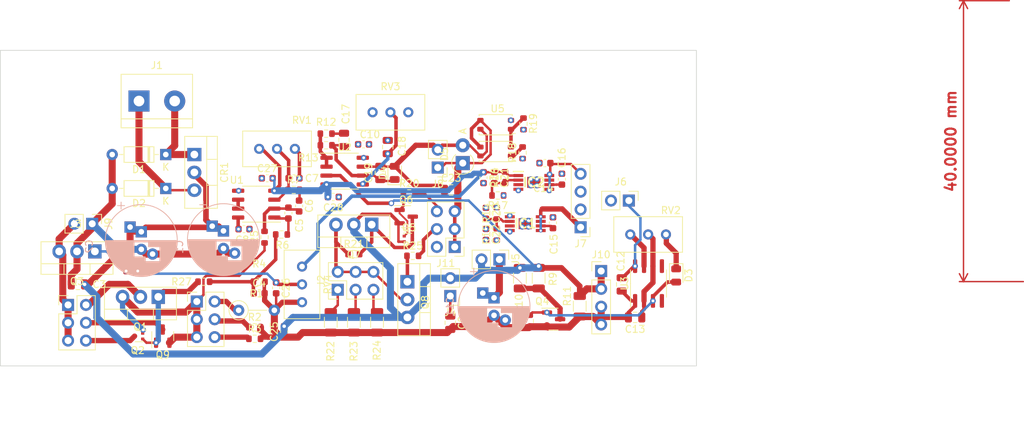
<source format=kicad_pcb>
(kicad_pcb (version 20221018) (generator pcbnew)
  (layers (0 "F.Cu" signal) (1 "In1.Cu" power) (2 "In2.Cu" power) (31 "B.Cu" mixed) (34 "B.Paste" user) (35 "F.Paste" user) (36 "B.SilkS" user "B.Silkscreen") (37 "F.SilkS" user "F.Silkscreen") (38 "B.Mask" user) (39 "F.Mask" user) (44 "Edge.Cuts" user))
  (net 0 "")
  (net 1 "Net-(C5-Pad2)")
  (net 2 "Net-(D1-A)")
  (net 3 "Net-(U1A--)")
  (net 4 "Net-(C6-Pad2)")
  (net 5 "Net-(Q1-G)")
  (net 6 "GND")
  (net 7 "Net-(J6-Pin_1)")
  (net 8 "Net-(J4-Pin_1)")
  (net 9 "Net-(U1A-+)")
  (net 10 "Net-(U3-THR)")
  (net 11 "VCC")
  (net 12 "VEE")
  (net 13 "Net-(C17-Pad1)")
  (net 14 "Net-(D4-K)")
  (net 15 "Net-(D4-A)")
  (net 16 "Net-(U2B-+)")
  (net 17 "Net-(D5-K)")
  (net 18 "Net-(IC1-NR{slash}SS)")
  (net 19 "Net-(IC1-FB)")
  (net 20 "Net-(IC1-EN)")
  (net 21 "Net-(IC2-NR{slash}SS)")
  (net 22 "Net-(IC2-FB)")
  (net 26 "Net-(IC2-EN)")
  (net 28 "Net-(CR1-A1)")
  (net 29 "Vout")
  (net 30 "Net-(CR1-A2)")
  (net 31 "Net-(J2-Pin_5)")
  (net 32 "Net-(J3-Pin_4)")
  (net 33 "/555_drive")
  (net 34 "Net-(Q4-D)")
  (net 35 "Net-(J3-Pin_6)")
  (net 36 "Net-(J5-Pin_1)")
  (net 37 "Net-(Q5-G)")
  (net 38 "Net-(Q5-D)")
  (net 39 "Net-(U4-A)")
  (net 40 "Net-(U4-K)")
  (net 41 "Net-(D3-K)")
  (net 42 "Net-(Q8-B)")
  (net 43 "Net-(U2A--)")
  (net 44 "Net-(U3-DIS)")
  (net 47 "Net-(U1B--)")
  (net 48 "Net-(J3-Pin_2)")
  (net 49 "Net-(J12-Pin_2)")
  (net 50 "Net-(J12-Pin_4)")
  (net 51 "Net-(J12-Pin_6)")
  (net 52 "Net-(J12-Pin_1)")
  (net 53 "Net-(J11-Pin_6)")
  (net 54 "Net-(J2-Pin_1)")
  (net 55 "Net-(J2-Pin_3)")
  (net 56 "Net-(J11-Pin_4)")
  (net 58 "Net-(Q3-G)")
  (net 59 "Net-(J2-Pin_2)")
  (net 60 "Net-(J3-Pin_1)")
  (net 61 "Net-(C4-Pad1)")
  (net 62 "Net-(C26-Pad2)")
  (footprint "Resistor_SMD:R_1206_3216Metric" (layer "F.Cu") (at 114.578 101.5345 -90)
    (fp_text reference "R22")
    (fp_text value "R")
  )
  (footprint "Potentiometer_THT:Potentiometer_Bourns_3296W_Vertical" (layer "F.Cu") (at 125.603 71.628)
    (fp_text reference "RV3")
    (fp_text value "20k")
  )
  (footprint "Resistor_SMD:R_1206_3216Metric" (layer "F.Cu") (at 121.158 101.5345 -90)
    (fp_text reference "R24")
    (fp_text value "R")
  )
  (footprint "mine:SOP65P490X110-9N" (layer "F.Cu") (at 142.24 87.49)
    (fp_text reference "IC1")
    (fp_text value "TPS7A4901DGNR" hide)
  )
  (footprint "MountingHole:MountingHole_3.2mm_M3" (layer "F.Cu") (at 71.581 66.742)
    (fp_text reference "H1" hide)
    (fp_text value "MountingHole" hide)
  )
  (footprint "Connector_PinHeader_2.54mm:PinHeader_2x03_P2.54mm_Vertical" (layer "F.Cu") (at 77.216 99.06)
    (fp_text reference "J3")
    (fp_text value "Conn_02x03_Odd_Even" hide)
  )
  (footprint "Diode_THT:D_T-1_P2.54mm_Vertical_AnodeUp" (layer "F.Cu") (at 133.35 78.867 90)
    (fp_text reference "D5")
    (fp_text value "D")
  )
  (footprint "MountingHole:MountingHole_3.2mm_M3" (layer "F.Cu") (at 71.581 103.742)
    (fp_text reference "H3" hide)
    (fp_text value "MountingHole" hide)
  )
  (footprint "Potentiometer_THT:Potentiometer_Bourns_3296W_Vertical" (layer "F.Cu") (at 162.254 89.027)
    (fp_text reference "RV2")
    (fp_text value "R_Potentiometer" hide)
  )
  (footprint "mine:SOP65P490X110-9N" (layer "F.Cu") (at 143.454812 81.6154)
    (fp_text reference "IC2")
    (fp_text value "TPS7A3001DGNR" hide)
  )
  (footprint "Capacitor_SMD:C_0805_2012Metric" (layer "F.Cu") (at 157.861 100.838 180)
    (fp_text reference "C13")
    (fp_text value "100n")
  )
  (footprint "Connector_PinHeader_2.54mm:PinHeader_1x02_P2.54mm_Vertical" (layer "F.Cu") (at 131.572 97.79 180)
    (fp_text reference "J4")
    (fp_text value "Conn_01x02_Pin")
  )
  (footprint "Capacitor_SMD:C_0603_1608Metric" (layer "F.Cu") (at 145.034 78.867 180)
    (fp_text reference "C14")
    (fp_text value "10u" hide)
  )
  (footprint "Package_TO_SOT_THT:TO-220-3_Vertical" (layer "F.Cu") (at 95.174 77.648 -90)
    (fp_text reference "CR1")
    (fp_text value "FERD40U45CT")
  )
  (footprint "Package_TO_SOT_SMD:SOT-23" (layer "F.Cu") (at 125.3005 86.487)
    (fp_text reference "Q6")
    (fp_text value "BSS84")
  )
  (footprint "Resistor_SMD:R_0603_1608Metric" (layer "F.Cu") (at 86.296 94.234)
    (fp_text reference "R26")
    (fp_text value "100" hide)
  )
  (footprint "TerminalBlock:TerminalBlock_bornier-2_P5.08mm" (layer "F.Cu") (at 87.3 70.028)
    (fp_text reference "J1")
    (fp_text value "Screw_Terminal_01x02" hide)
  )
  (footprint "Resistor_THT:R_Axial_DIN0207_L6.3mm_D2.5mm_P5.08mm_Vertical" (layer "F.Cu") (at 101.473 99.822)
    (fp_text reference "R1")
    (fp_text value "5")
  )
  (footprint "Resistor_SMD:R_0603_1608Metric" (layer "F.Cu") (at 141.859 77.39367 90)
    (fp_text reference "R18")
    (fp_text value "5k*" hide)
  )
  (footprint "MountingHole:MountingHole_3.2mm_M3" (layer "F.Cu") (at 162.687 66.742)
    (fp_text reference "H2" hide)
    (fp_text value "MountingHole" hide)
  )
  (footprint "MountingHole:MountingHole_3.2mm_M3" (layer "F.Cu") (at 162.687 103.742)
    (fp_text reference "H4" hide)
    (fp_text value "MountingHole" hide)
  )
  (footprint "Package_TO_SOT_SMD:SOT-23" (layer "F.Cu") (at 90.678 103.505 90)
    (fp_text reference "Q9")
    (fp_text value "BSS84")
  )
  (footprint "Capacitor_SMD:C_0603_1608Metric" (layer "F.Cu") (at 136.652 89.027 -90)
    (fp_text reference "C22")
    (fp_text value "10u")
  )
  (footprint "Diode_SMD:D_0805_2012Metric" (layer "F.Cu") (at 123.663 80.264 90)
    (fp_text reference "D4")
    (fp_text value "D")
  )
  (footprint "Package_SO:SO-8_3.9x4.9mm_P1.27mm" (layer "F.Cu") (at 103.978 84.709 180)
    (fp_text reference "U1")
    (fp_text value "LM358" hide)
  )
  (footprint "Capacitor_SMD:C_0805_2012Metric" (layer "F.Cu") (at 78.613 96.139 180)
    (fp_text reference "C3")
    (fp_text value "0.1u")
  )
  (footprint "Resistor_SMD:R_1206_3216Metric" (layer "F.Cu") (at 141.478 95.25 -90)
    (fp_text reference "R10")
    (fp_text value "R")
  )
  (footprint "Capacitor_SMD:C_0603_1608Metric" (layer "F.Cu") (at 109.347 81.026)
    (fp_text reference "C7")
    (fp_text value "0.1-1u")
  )
  (footprint "Connector_PinHeader_2.54mm:PinHeader_1x02_P2.54mm_Vertical" (layer "F.Cu") (at 156.972 84.201 -90)
    (fp_text reference "J6")
    (fp_text value "Conn_01x02_Pin" hide)
  )
  (footprint "Diode_THT:D_DO-35_SOD27_P7.62mm_Horizontal" (layer "F.Cu") (at 91.11 82.474 180)
    (fp_text reference "D2")
    (fp_text value "1N4148" hide)
  )
  (footprint "Capacitor_SMD:C_0603_1608Metric" (layer "F.Cu") (at 105.537 81.026 180)
    (fp_text reference "C27")
    (fp_text value "100n")
  )
  (footprint "Package_SO:SO-8_3.9x4.9mm_P1.27mm" (layer "F.Cu") (at 116.551 80.01)
    (fp_text reference "U2")
    (fp_text value "LM358")
  )
  (footprint "Package_SO:SOIC-8_3.9x4.9mm_P1.27mm" (layer "F.Cu") (at 159.766 96.012 90)
    (fp_text reference "U3")
    (fp_text value "TLC555xD" hide)
  )
  (footprint "Resistor_SMD:R_0603_1608Metric" (layer "F.Cu") (at 125.73 83.185)
    (fp_text reference "R20")
    (fp_text value "100")
  )
  (footprint "Capacitor_SMD:C_0603_1608Metric" (layer "F.Cu") (at 137.825812 80.9374 -90)
    (fp_text reference "C21")
    (fp_text value "10n")
  )
  (footprint "Resistor_SMD:R_0603_1608Metric" (layer "F.Cu") (at 138.333812 83.4774 180)
    (fp_text reference "R17")
    (fp_text value "10k")
  )
  (footprint "Capacitor_SMD:C_0603_1608Metric" (layer "F.Cu") (at 136.652 86.012 -90)
    (fp_text reference "C20")
    (fp_text value "10n")
  )
  (footprint "Capacitor_SMD:C_0805_2012Metric" (layer "F.Cu") (at 131.572 101.6 -90)
    (fp_text reference "C9")
    (fp_text value "1n")
  )
  (footprint "Capacitor_SMD:C_0603_1608Metric" (layer "F.Cu") (at 102.235 88.265)
    (fp_text reference "C8")
    (fp_text value "100n")
  )
  (footprint "Connector_PinHeader_2.54mm:PinHeader_1x02_P2.54mm_Vertical" (layer "F.Cu") (at 80.645 87.503 -90)
    (fp_text reference "J9")
    (fp_text value "Conn_01x02_Pin" hide)
  )
  (footprint "Connector_PinHeader_2.54mm:PinHeader_1x04_P2.54mm_Vertical" (layer "F.Cu") (at 153.035 94.234)
    (fp_text reference "J10")
    (fp_text value "Conn_01x04_Pin" hide)
  )
  (footprint "Capacitor_SMD:C_0603_1608Metric" (layer "F.Cu") (at 147.447 81.153 90)
    (fp_text reference "C16")
    (fp_text value "10n" hide)
  )
  (footprint "Capacitor_SMD:C_0603_1608Metric" (layer "F.Cu") (at 104.394 97.409)
    (fp_text reference "C4")
    (fp_text value "1n")
  )
  (footprint "Capacitor_SMD:C_0603_1608Metric" (layer "F.Cu") (at 119.24 76.2 180)
    (fp_text reference "C10")
    (fp_text value "100n" hide)
  )
  (footprint "Package_TO_SOT_THT:TO-220-3_Vertical" (layer "F.Cu") (at 81.026 91.44 180)
    (fp_text reference "Q3")
    (fp_text value "IRF4905")
  )
  (footprint "Package_TO_SOT_THT:TO-220-3_Vertical" (layer "F.Cu") (at 125.476 95.758 -90)
    (fp_text reference "Q8")
    (fp_text value "TIP42")
  )
  (footprint "Capacitor_SMD:C_0805_2012Metric" (layer "F.Cu") (at 131.699 82.677)
    (fp_text reference "C23")
    (fp_text value "1u")
  )
  (footprint "Connector_PinHeader_2.54mm:PinHeader_1x04_P2.54mm_Vertical" (layer "F.Cu") (at 150.114 88.011 180)
    (fp_text reference "J7")
    (fp_text value "Conn_01x04_Pin" hide)
  )
  (footprint "OptoDevice:Panasonic_APV-AQY_SSOP-4_4.45x2.65mm_P1.27mm" (layer "F.Cu") (at 138.033 73.406 180)
    (fp_text reference "U5")
    (fp_text value "APV2111V" hide)
  )
  (footprint "Resistor_SMD:R_1206_3216Metric" (layer "F.Cu") (at 149.987 99.2485 -90)
    (fp_text reference "R11")
    (fp_text value "100k")
  )
  (footprint "Connector_PinHeader_2.54mm:PinHeader_1x02_P2.54mm_Vertical" (layer "F.Cu") (at 129.794 79.502 180)
    (fp_text reference "J8")
    (fp_text value "Conn_01x02_Pin" hide)
  )
  (footprint "Resistor_SMD:R_0603_1608Metric" (layer "F.Cu") (at 96.52 95.758)
    (fp_text reference "R27")
    (fp_text value "100")
  )
  (footprint "Resistor_SMD:R_1206_3216Metric" (layer "F.Cu") (at 117.868 101.5345 -90)
    (fp_text reference "R23")
    (fp_text value "R")
  )
  (footprint "Capacitor_SMD:C_0603_1608Metric" (layer "F.Cu") (at 146.177 87.363 90)
    (fp_text reference "C15")
    (fp_text value "10n" hide)
  )
  (footprint "Package_TO_SOT_THT:TO-220-3_Vertical" (layer "F.Cu") (at 90.043 97.917 180)
    (fp_text reference "Q1")
    (fp_text value "IRF4905" hide)
  )
  (footprint "Capacitor_SMD:C_0805_2012Metric" (layer "F.Cu") (at 122.682 76.581 90)
    (fp_text reference "C18")
    (fp_text value "100n" hide)
  )
  (footprint "Resistor_SMD:R_0603_1608Metric" (layer "F.Cu") (at 109.312 82.677)
    (fp_text reference "R7")
    (fp_text value "1K")
  )
  (footprint "Resistor_SMD:R_1206_3216Metric" (layer "F.Cu") (at 144.145 95.25 -90)
    (fp_text reference "R9")
    (fp_text value "R")
  )
  (footprint "Resistor_SMD:R_0603_1608Metric" (layer "F.Cu") (at 113.919 74.676 180)
    (fp_text reference "R12")
    (fp_text value "1k")
  )
  (footprint "Package_TO_SOT_SMD:SOT-723" (layer "F.Cu") (at 87.249 103.505 180)
    (fp_text reference "Q2")
    (fp_text value "sot-723 pfet (like RZM001P02T2L)")
  )
  (footprint "Capacitor_SMD:C_0603_1608Metric" (layer "F.Cu") (at 108.55 85.979 -90)
    (fp_text reference "C5")
    (fp_text value "20n (installed 33n)")
  )
  (footprint "Resistor_SMD:R_0603_1608Metric" (layer "F.Cu") (at 142.875 101.342 90)
    (fp_text reference "R8")
    (fp_text value "100k")
  )
  (footprint "Resistor_SMD:R_0603_1608Metric" (layer "F.Cu") (at 105.156 89.408 90)
    (fp_text reference "R5")
    (fp_text value "1K")
  )
  (footprint "Package_TO_SOT_SMD:SOT-723" (layer "F.Cu") (at 125.603 89.662)
    (fp_text reference "Q5")
    (fp_text value "RZM001P02")
  )
  (footprint "Capacitor_SMD:C_0603_1608Metric" (layer "F.Cu") (at 136.301812 80.9374 -90)
    (fp_text reference "C24")
    (fp_text value "10u")
  )
  (footprint "Resistor_SMD:R_0603_1608Metric" (layer "F.Cu") (at 103.759 103.886)
    (fp_text reference "R3")
    (fp_text value "2000")
  )
  (footprint "Capacitor_SMD:C_0805_2012Metric" (layer "F.Cu") (at 116.459 75.565 -90)
    (fp_text reference "C17")
    (fp_text value "1n")
  )
  (footprint "Capacitor_SMD:C_0805_2012Metric" (layer "F.Cu") (at 155.956 96.139 -90)
    (fp_text reference "C12")
    (fp_text value "0.1u")
  )
  (footprint "Connector_PinHeader_2.54mm:PinHeader_2x03_P2.54mm_Vertical" (layer "F.Cu") (at 132.207 90.805 180)
    (fp_text reference "J11")
    (fp_text value "Conn_02x03_Odd_Even")
  )
  (footprint "Package_TO_SOT_SMD:SOT-23" (layer "F.Cu") (at 146.2555 101.088)
    (fp_text reference "Q4")
    (fp_text value "2N7002K" hide)
  )
  (footprint "OptoDevice:Panasonic_APV-AQY_SSOP-4_4.45x2.65mm_P1.27mm" (layer "F.Cu") (at 138.033 77.216 180)
    (fp_text reference "U4" hide)
    (fp_text value "APV2111V")
  )
  (footprint "Capacitor_SMD:C_0603_1608Metric" (layer "F.Cu") (at 110.074 84.976 90)
    (fp_text reference "C6")
    (fp_text value "20n")
  )
  (footprint "Resistor_SMD:R_0603_1608Metric" (layer "F.Cu") (at 138.176 89.027 90)
    (fp_text reference "R15")
    (fp_text value "10k")
  )
  (footprint "Resistor_SMD:R_0603_1608Metric" (layer "F.Cu") (at 107.569 89.0335)
    (fp_text reference "R6")
    (fp_text value "50")
  )
  (footprint "Diode_THT:D_DO-35_SOD27_P7.62mm_Horizontal" (layer "F.Cu") (at 91.11 77.648 180)
    (fp_text reference "D1")
    (fp_text value "1N4148" hide)
  )
  (footprint "Resistor_SMD:R_0603_1608Metric" (layer "F.Cu") (at 126.238 92.075)
    (fp_text reference "R25")
    (fp_text value "100")
  )
  (footprint "Resistor_SMD:R_0603_1608Metric" (layer "F.Cu") (at 117.856 91.821)
    (fp_text reference "R21")
    (fp_text value "100")
  )
  (footprint "Resistor_SMD:R_0603_1608Metric" (layer "F.Cu") (at 113.919 76.327 180)
    (fp_text reference "R13")
    (fp_text value "5k")
  )
  (footprint "Capacitor_SMD:C_0805_2012Metric" (layer "F.Cu") (at 121.631 80.264 90)
    (fp_text reference "C19")
    (fp_text value "200p (installed 150p)")
  )
  (footprint "Capacitor_SMD:C_0603_1608Metric" (layer "F.Cu") (at 107.95 102.87 90)
    (fp_text reference "C25")
    (fp_text value "150p")
  )
  (footprint "Resistor_SMD:R_0603_1608Metric" (layer "F.Cu") (at 138.176 86.012 90)
    (fp_text reference "R14")
    (fp_text value "118k")
  )
  (footprint "Connector_PinHeader_2.54mm:PinHeader_2x03_P2.54mm_Vertical" (layer "F.Cu") (at 95.524063 98.571312)
    (fp_text reference "J12" hide)
    (fp_text value "Conn_02x03_Odd_Even")
  )
  (footprint "Package_TO_SOT_THT:TO-220-3_Vertical" (layer "F.Cu") (at 120.396 87.63 180)
    (fp_text reference "Q7")
    (fp_text value "MJE13007G")
  )
  (footprint "Resistor_SMD:R_0603_1608Metric" (layer "F.Cu") (at 104.394 95.758 180)
    (fp_text reference "R4")
    (fp_text value "100k")
  )
  (footprint "Diode_SMD:D_0805_2012Metric" (layer "F.Cu") (at 163.703 94.869 -90)
    (fp_text reference "D3")
    (fp_text value "D")
  )
  (footprint "Capacitor_SMD:C_0603_1608Metric" (layer "F.Cu") (at 106.807 96.634 90)
    (fp_text reference "C26")
    (fp_text value "1u")
  )
  (footprint "Resistor_SMD:R_0603_1608Metric" (layer "F.Cu") (at 103.759 102.235)
    (fp_text reference "R2")
    (fp_text value "100")
  )
  (footprint "Potentiometer_THT:Potentiometer_Bourns_3296W_Vertical" (layer "F.Cu") (at 110.49 98.679 -90)
    (fp_text reference "RV4")
    (fp_text value "20k")
  )
  (footprint "Connector_PinHeader_2.54mm:PinHeader_2x03_P2.54mm_Vertical" (layer "F.Cu") (at 115.57 96.901 90)
    (fp_text reference "J2")
    (fp_text value "Conn_02x03_Odd_Even")
  )
  (footprint "Resistor_SMD:R_0603_1608Metric" (layer "F.Cu") (at 139.349812 80.9374 90)
    (fp_text reference "R16")
    (fp_text value "32.4k")
  )
  (footprint "Potentiometer_THT:Potentiometer_Bourns_3296W_Vertical" (layer "F.Cu") (at 109.474 76.835)
    (fp_text reference "RV1")
    (fp_text value "20k")
  )
  (footprint "Resistor_SMD:R_0603_1608Metric" (layer "F.Cu") (at 141.986 73.279 90)
    (fp_text reference "R19")
    (fp_text value "0" hide)
  )
  (footprint "Connector_PinHeader_2.54mm:PinHeader_1x02_P2.54mm_Vertical" (layer "F.Cu") (at 138.557 92.583 -90)
    (fp_text reference "J5")
    (fp_text value "Conn_01x02_Pin")
  )
  (footprint "Capacitor_SMD:C_0603_1608Metric" (layer "F.Cu") (at 114.935 83.693)
    (fp_text reference "C28")
    (fp_text value "100n")
  )
  (footprint "Capacitor_THT:CP_Radial_D10.0mm_P2.50mm_P5.00mm" (layer "B.Cu") (at 99.314 88.519 -90)
    (fp_text reference "C1")
    (fp_text value "560u")
  )
  (footprint "Capacitor_THT:CP_Radial_D10.0mm_P2.50mm_P5.00mm" (layer "B.Cu") (at 137.795 98.044 -90)
    (fp_text reference "C11")
    (fp_text value "C")
  )
  (footprint "Capacitor_THT:CP_Radial_D10.0mm_P2.50mm_P5.00mm" (layer "B.Cu") (at 87.63 88.646 -90)
    (fp_text reference "C2")
    (fp_text value "560u")
  )
  (gr_rect (start 67.581 62.810696) (end 166.581 107.742) (stroke (width 0.1)) (fill none) (layer "Edge.Cuts"))
  (dimension (type orthogonal) (layer "F.Cu") (pts (xy 211.581 55.742) (xy 213.581 95.742)) (height -7.0104) (orientation 1) (gr_text "40.0000 mm" (at 202.7706 75.742 90) (layer "F.Cu") (effects (font (size 1.5 1.5) (thickness 0.3)))) (format (prefix "") (suffix "") (units 3) (units_format 1) (precision 4)) (style (thickness 0.2) (arrow_length 1.27) (text_position_mode 0) (extension_height 0.58642) (extension_offset 0.5) keep_text_aligned))
  (segment (start 108.55 86.754) (end 106.693 86.754) (width 0.35) (layer "F.Cu") (net 1))
  (segment (start 108.55 88.8775) (end 108.55 86.754) (width 0.35) (layer "F.Cu") (net 1))
  (segment (start 106.693 86.754) (end 106.553 86.614) (width 0.35) (layer "F.Cu") (net 1))
  (segment (start 78.486 93.98) (end 78.486 91.44) (width 1) (layer "F.Cu") (net 2))
  (segment (start 77.663 96.139) (end 77.663 94.803) (width 1) (layer "F.Cu") (net 2))
  (segment (start 77.663 94.803) (end 78.486 93.98) (width 1) (layer "F.Cu") (net 2))
  (segment (start 100.914 91.689937) (end 99.984937 91.689937) (width 1) (layer "F.Cu") (net 2))
  (segment (start 80.645 88.138) (end 78.486 90.297) (width 1) (layer "F.Cu") (net 2))
  (segment (start 98.516063 91.816937) (end 99.314 91.019) (width 1) (layer "F.Cu") (net 2))
  (segment (start 83.49 77.648) (end 83.49 82.474) (width 1) (layer "F.Cu") (net 2))
  (segment (start 83.49 82.474) (end 83.49 84.658) (width 1) (layer "F.Cu") (net 2))
  (segment (start 78.486 90.297) (end 78.486 91.44) (width 1) (layer "F.Cu") (net 2))
  (segment (start 89.23 91.816937) (end 88.300937 91.816937) (width 1) (layer "F.Cu") (net 2))
  (segment (start 88.300937 91.816937) (end 87.63 91.146) (width 1) (layer "F.Cu") (net 2))
  (segment (start 89.23 91.816937) (end 98.516063 91.816937) (width 1) (layer "F.Cu") (net 2))
  (segment (start 99.984937 91.689937) (end 99.314 91.019) (width 1) (layer "F.Cu") (net 2))
  (segment (start 83.49 84.658) (end 80.645 87.503) (width 1) (layer "F.Cu") (net 2))
  (segment (start 87.63 91.146) (end 84.288 91.146) (width 1) (layer "B.Cu") (net 2))
  (segment (start 84.288 91.146) (end 80.645 87.503) (width 1) (layer "B.Cu") (net 2))
  (segment (start 105.918 85.344) (end 106.553 85.344) (width 0.5) (layer "F.Cu") (net 3))
  (segment (start 105.156 86.106) (end 105.918 85.344) (width 0.5) (layer "F.Cu") (net 3))
  (segment (start 110.074 85.751) (end 109.794 85.471) (width 0.35) (layer "F.Cu") (net 3))
  (segment (start 108.41 85.344) (end 106.553 85.344) (width 0.35) (layer "F.Cu") (net 3))
  (segment (start 105.156 88.583) (end 105.156 86.106) (width 0.5) (layer "F.Cu") (net 3))
  (segment (start 109.794 85.471) (end 108.817 85.471) (width 0.35) (layer "F.Cu") (net 3))
  (segment (start 110.137 84.138) (end 110.137 82.677) (width 0.35) (layer "F.Cu") (net 4))
  (segment (start 94.298 97.155) (end 90.805 97.155) (width 0.75) (layer "F.Cu") (net 5))
  (segment (start 89.728 104.4425) (end 88.3615 104.4425) (width 0.35) (layer "F.Cu") (net 5))
  (segment (start 90.805 97.155) (end 90.043 97.917) (width 0.75) (layer "F.Cu") (net 5))
  (segment (start 95.695 95.758) (end 94.298 97.155) (width 0.75) (layer "F.Cu") (net 5))
  (segment (start 88.3615 104.4425) (end 87.824 103.905) (width 0.35) (layer "F.Cu") (net 5))
  (via (at 89.728 104.4425) (size 0.8) (drill 0.4) (layers "F.Cu" "B.Cu") (net 5))
  (segment (start 89.728 104.4425) (end 90.043 104.1275) (width 0.75) (layer "B.Cu") (net 5))
  (segment (start 90.043 104.1275) (end 90.043 97.917) (width 0.75) (layer "B.Cu") (net 5))
  (segment (start 137.795 100.544) (end 139.545 102.294) (width 1) (layer "F.Cu") (net 6))
  (segment (start 156.781 100.838) (end 156.846 100.903) (width 0.75) (layer "F.Cu") (net 6))
  (segment (start 153.035 101.854) (end 151.892 100.711) (width 1) (layer "F.Cu") (net 6))
  (segment (start 105.613 103.645) (end 104.584 102.616) (width 0.75) (layer "F.Cu") (net 6))
  (segment (start 104.762 81.026) (end 104.775 81.026) (width 0.35) (layer "F.Cu") (net 6))
  (segment (start 110.581 102.997) (end 109.933 103.645) (width 1) (layer "F.Cu") (net 6))
  (segment (start 104.584 102.616) (end 104.584 102.235) (width 1) (layer "F.Cu") (net 6))
  (segment (start 104.584 103.886) (end 104.825 103.645) (width 0.75) (layer "F.Cu") (net 6))
  (segment (start 107.696 98.679) (end 106.553 99.822) (width 0.75) (layer "F.Cu") (net 6))
  (segment (start 145.4896 102.2096) (end 148.4884 102.2096) (width 1) (layer "F.Cu") (net 6))
  (segment (start 141.254812 82.764902) (end 141.254812 82.5904) (width 0.35) (layer "F.Cu") (net 6))
  (segment (start 145.189 102.167) (end 145.318 102.038) (width 1) (layer "F.Cu") (net 6))
  (segment (start 109.933 103.645) (end 107.823 103.645) (width 1) (layer "F.Cu") (net 6))
  (segment (start 107.455 103.645) (end 107.823 103.645) (width 1) (layer "F.Cu") (net 6))
  (segment (start 156.911 100.838) (end 156.911 100.137) (width 0.5) (layer "F.Cu") (net 6))
  (segment (start 104.825 103.645) (end 107.707312 103.645) (width 0.75) (layer "F.Cu") (net 6))
  (segment (start 118.465 76.2) (end 118.478 76.2) (width 0.35) (layer "F.Cu") (net 6))
  (segment (start 145.318 102.038) (end 145.4896 102.2096) (width 1) (layer "F.Cu") (net 6))
  (segment (start 110.49 98.679) (end 107.696 98.679) (width 0.75) (layer "F.Cu") (net 6))
  (segment (start 142.875 102.167) (end 145.189 102.167) (width 1) (layer "F.Cu") (net 6))
  (segment (start 140.04 88.639502) (end 140.04 88.465) (width 0.35) (layer "F.Cu") (net 6))
  (segment (start 156.911 100.137) (end 157.861 99.187) (width 0.5) (layer "F.Cu") (net 6))
  (segment (start 114.578 102.997) (end 117.868 102.997) (width 1) (layer "F.Cu") (net 6))
  (segment (start 101.403 82.804) (end 101.473 82.804) (width 0.35) (layer "F.Cu") (net 6))
  (segment (start 157.861 98.487) (end 157.354 98.487) (width 0.5) (layer "F.Cu") (net 6))
  (segment (start 110.122 77.483) (end 109.474 76.835) (width 0.5) (layer "F.Cu") (net 6))
  (segment (start 130.998 103.124) (end 131.572 102.55) (width 0.75) (layer "F.Cu") (net 6))
  (segment (start 157.861 99.187) (end 157.861 98.487) (width 0.5) (layer "F.Cu") (net 6))
  (segment (start 149.987 100.711) (end 150.114 100.838) (width 0.75) (layer "F.Cu") (net 6))
  (segment (start 153.035 101.854) (end 153.035 99.314) (width 1) (layer "F.Cu") (net 6))
  (segment (start 106.553 99.822) (end 106.553 102.743) (width 1) (layer "F.Cu") (net 6))
  (segment (start 131.572 102.55) (end 131.982126 102.139874) (width 1) (layer "F.Cu") (net 6))
  (segment (start 110.122 81.026) (end 110.122 77.483) (width 0.5) (layer "F.Cu") (net 6))
  (segment (start 157.354 98.487) (end 155.956 97.089) (width 0.5) (layer "F.Cu") (net 6))
  (segment (start 131.982126 102.139874) (end 136.199126 102.139874) (width 1) (layer "F.Cu") (net 6))
  (segment (start 106.553 102.743) (end 107.455 103.645) (width 1) (layer "F.Cu") (net 6))
  (segment (start 150.114 100.838) (end 156.781 100.838) (width 0.75) (layer "F.Cu") (net 6))
  (segment (start 106.807 97.409) (end 106.807 99.568) (width 0.35) (layer "F.Cu") (net 6))
  (segment (start 136.199126 102.139874) (end 137.795 100.544) (width 1) (layer "F.Cu") (net 6))
  (segment (start 148.4884 102.2096) (end 149.987 100.711) (width 1) (layer "F.Cu") (net 6))
  (segment (start 151.892 100.711) (end 149.987 100.711) (width 1) (layer "F.Cu") (net 6))
  (segment (start 121.158 102.997) (end 131.125 102.997) (width 1) (layer "F.Cu") (net 6))
  (segment (start 105.126063 97.366063) (end 105.126063 95.850937) (width 0.5) (layer "F.Cu") (net 6))
  (segment (start 142.748 102.294) (end 142.875 102.167) (width 1) (layer "F.Cu") (net 6))
  (segment (start 114.578 102.997) (end 110.581 102.997) (width 1) (layer "F.Cu") (net 6))
  (segment (start 131.125 102.997) (end 131.572 102.55) (width 1) (layer "F.Cu") (net 6))
  (segment (start 107.823 103.645) (end 105.613 103.645) (width 0.75) (layer "F.Cu") (net 6))
  (segment (start 106.553 99.822) (end 105.169 98.438) (width 0.75) (layer "F.Cu") (net 6))
  (segment (start 105.169 98.438) (end 105.169 97.409) (width 0.75) (layer "F.Cu") (net 6))
  (segment (start 139.545 102.294) (end 142.748 102.294) (width 1) (layer "F.Cu") (net 6))
  (segment (start 117.868 102.997) (end 121.158 102.997) (width 1) (layer "F.Cu") (net 6))
  (via (at 141.7955 87.0455) (size 0.8) (drill 0.4) (layers "F.Cu" "B.Cu") (net 6))
  (via (at 140.192 72.771) (size 0.8) (drill 0.4) (layers "F.Cu" "B.Cu") (net 6))
  (via (at 147.447 80.378) (size 0.8) (drill 0.4) (layers "F.Cu" "B.Cu") (net 6))
  (via (at 141.7955 87.9345) (size 0.8) (drill 0.4) (layers "F.Cu" "B.Cu") (net 6))
  (via (at 103.01 88.265) (size 0.8) (drill 0.4) (layers "F.Cu" "B.Cu") (net 6))
  (via (at 141.986 74.105) (size 0.8) (drill 0.4) (layers "F.Cu" "B.Cu") (net 6))
  (via (at 136.652 89.802) (size 0.8) (drill 0.4) (layers "F.Cu" "B.Cu") (net 6))
  (via (at 122.682 75.631) (size 0.8) (drill 0.4) (layers "F.Cu" "B.Cu") (net 6))
  (via (at 143.032812 82.0674) (size 0.8) (drill 0.4) (layers "F.Cu" "B.Cu") (net 6))
  (via (at 143.881006 82.0674) (size 0.8) (drill 0.4) (layers "F.Cu" "B.Cu") (net 6))
  (via (at 143.891 81.153) (size 0.8) (drill 0.4) (layers "F.Cu" "B.Cu") (net 6))
  (via (at 104.775 81.026) (size 0.8) (drill 0.4) (layers "F.Cu" "B.Cu") (net 6))
  (via (at 110.122 81.026) (size 0.8) (drill 0.4) (layers "F.Cu" "B.Cu") (net 6))
  (via (at 139.158812 83.4774) (size 0.8) (drill 0.4) (layers "F.Cu" "B.Cu") (net 6))
  (via (at 143.042806 81.153) (size 0.8) (drill 0.4) (layers "F.Cu" "B.Cu") (net 6))
  (via (at 142.6845 87.9345) (size 0.8) (drill 0.4) (layers "F.Cu" "B.Cu") (net 6))
  (via (at 115.71 83.693) (size 0.8) (drill 0.4) (layers "F.Cu" "B.Cu") (net 6))
  (via (at 146.177 86.588) (size 0.8) (drill 0.4) (layers "F.Cu" "B.Cu") (net 6))
  (via (at 144.259 78.867) (size 0.8) (drill 0.4) (layers "F.Cu" "B.Cu") (net 6))
  (via (at 140.04 88.639502) (size 0.8) (drill 0.4) (layers "F.Cu" "B.Cu") (net 6))
  (via (at 138.176 89.852) (size 0.8) (drill 0.4) (layers "F.Cu" "B.Cu") (net 6))
  (via (at 136.301812 81.7124) (size 0.8) (drill 0.4) (layers "F.Cu" "B.Cu") (net 6))
  (via (at 142.6845 87.0455) (size 0.8) (drill 0.4) (layers "F.Cu" "B.Cu") (net 6))
  (via (at 101.473 82.804) (size 0.8) (drill 0.4) (layers "F.Cu" "B.Cu") (net 6))
  (via (at 141.254812 82.764902) (size 0.8) (drill 0.4) (layers "F.Cu" "B.Cu") (net 6))
  (via (at 118.478 76.2) (size 0.8) (drill 0.4) (layers "F.Cu" "B.Cu") (net 6))
  (segment (start 156.083 95.189) (end 157.735 93.537) (width 0.5) (layer "F.Cu") (net 7))
  (segment (start 155.956 95.189) (end 156.083 95.189) (width 0.35) (layer "F.Cu") (net 7))
  (via (at 157.861 93.537) (size 0.8) (drill 0.4) (layers "F.Cu" "B.Cu") (net 7))
  (segment (start 158.619 89.793) (end 158.619 86.618) (width 0.35) (layer "B.Cu") (net 7))
  (segment (start 158.619 86.618) (end 156.587 84.586) (width 0.35) (layer "B.Cu") (net 7))
  (segment (start 157.861 90.551) (end 158.619 89.793) (width 0.35) (layer "B.Cu") (net 7))
  (segment (start 157.861 93.537) (end 157.861 90.551) (width 0.35) (layer "B.Cu") (net 7))
  (segment (start 131.572 100.65) (end 131.572 97.79) (width 0.35) (layer "F.Cu") (net 8))
  (segment (start 108.585 78.486) (end 108.585 81.013) (width 0.5) (layer "F.Cu") (net 9))
  (segment (start 106.934 76.835) (end 108.585 78.486) (width 0.5) (layer "F.Cu") (net 9))
  (segment (start 108.585 81.013) (end 108.572 81.026) (width 0.5) (layer "F.Cu") (net 9))
  (segment (start 108.572 81.026) (end 108.572 82.592) (width 0.35) (layer "F.Cu") (net 9))
  (segment (start 108.487 82.677) (end 107.09 84.074) (width 0.35) (layer "F.Cu") (net 9))
  (segment (start 160.401 93.537) (end 160.401 95.885) (width 0.75) (layer "F.Cu") (net 10))
  (segment (start 160.401 89.662) (end 159.766 89.027) (width 0.75) (layer "F.Cu") (net 10))
  (segment (start 158.811 100.015) (end 158.811 100.838) (width 0.5) (layer "F.Cu") (net 10))
  (segment (start 159.131 97.155) (end 159.131 98.487) (width 0.75) (layer "F.Cu") (net 10))
  (segment (start 160.401 95.885) (end 159.131 97.155) (width 0.75) (layer "F.Cu") (net 10))
  (segment (start 159.131 99.695) (end 158.811 100.015) (width 0.5) (layer "F.Cu") (net 10))
  (segment (start 160.401 93.537) (end 160.401 89.662) (width 0.75) (layer "F.Cu") (net 10))
  (segment (start 159.131 98.487) (end 159.131 99.695) (width 0.5) (layer "F.Cu") (net 10))
  (segment (start 101.403 88.208) (end 101.403 86.614) (width 0.5) (layer "F.Cu") (net 11))
  (segment (start 101.46 88.265) (end 101.403 88.208) (width 0.5) (layer "F.Cu") (net 11))
  (segment (start 140.04 86.340498) (end 140.04 86.515) (width 0.35) (layer "F.Cu") (net 11))
  (via (at 140.04 86.340498) (size 0.8) (drill 0.4) (layers "F.Cu" "B.Cu") (net 11))
  (via (at 119.253 78.105) (size 0.8) (drill 0.4) (layers "F.Cu" "B.Cu") (net 11))
  (via (at 136.652 85.22) (size 0.8) (drill 0.4) (layers "F.Cu" "B.Cu") (net 11))
  (via (at 136.652 88.252) (size 0.8) (drill 0.4) (layers "F.Cu" "B.Cu") (net 11))
  (via (at 120.015 76.2) (size 0.8) (drill 0.4) (layers "F.Cu" "B.Cu") (net 11))
  (via (at 141.859 78.232) (size 0.8) (drill 0.4) (layers "F.Cu" "B.Cu") (net 11))
  (via (at 101.46 88.265) (size 0.8) (drill 0.4) (layers "F.Cu" "B.Cu") (net 11))
  (via (at 138.176 85.187) (size 0.8) (drill 0.4) (layers "F.Cu" "B.Cu") (net 11))
  (segment (start 141.254812 80.6404) (end 139.877812 80.6404) (width 0.35) (layer "F.Cu") (net 12))
  (segment (start 139.349812 80.1124) (end 137.875812 80.1124) (width 0.35) (layer "F.Cu") (net 12))
  (segment (start 106.312 81.026) (end 106.299 81.026) (width 0.35) (layer "F.Cu") (net 12))
  (segment (start 137.825812 80.1624) (end 136.301812 80.1624) (width 0.35) (layer "F.Cu") (net 12))
  (segment (start 104.521 76.962) (end 104.902 76.962) (width 0.5) (layer "F.Cu") (net 12))
  (segment (start 107.315 79.375) (end 107.315 82.042) (width 0.5) (layer "F.Cu") (net 12))
  (segment (start 107.315 82.042) (end 106.553 82.804) (width 0.5) (layer "F.Cu") (net 12))
  (segment (start 114.16 83.693) (end 114.173 83.693) (width 0.75) (layer "F.Cu") (net 12))
  (segment (start 104.902 76.962) (end 107.315 79.375) (width 0.5) (layer "F.Cu") (net 12))
  (segment (start 139.877812 80.6404) (end 139.349812 80.1124) (width 0.35) (layer "F.Cu") (net 12))
  (via (at 136.301812 80.1624) (size 0.8) (drill 0.4) (layers "F.Cu" "B.Cu") (net 12))
  (via (at 106.299 81.026) (size 0.8) (drill 0.4) (layers "F.Cu" "B.Cu") (net 12))
  (via (at 114.173 83.693) (size 0.8) (drill 0.4) (layers "F.Cu" "B.Cu") (net 12))
  (via (at 106.553 82.804) (size 0.8) (drill 0.4) (layers "F.Cu" "B.Cu") (net 12))
  (via (at 113.976 81.915) (size 0.8) (drill 0.4) (layers "F.Cu" "B.Cu") (net 12))
  (segment (start 114.935 85.344) (end 115.824 85.344) (width 0.5) (layer "B.Cu") (net 12))
  (segment (start 115.824 85.344) (end 117.592 83.576) (width 0.5) (layer "B.Cu") (net 12))
  (segment (start 112.776 91.313) (end 112.776 87.503) (width 0.5) (layer "B.Cu") (net 12))
  (segment (start 134.925 80.317) (end 134.597 80.645) (width 0.75) (layer "B.Cu") (net 12))
  (segment (start 134.597 80.645) (end 133.4135 80.645) (width 0.75) (layer "B.Cu") (net 12))
  (segment (start 117.592 83.576) (end 132.888212 83.576) (width 0.5) (layer "B.Cu") (net 12))
  (segment (start 135.937212 80.317) (end 134.925 80.317) (width 0.75) (layer "B.Cu") (net 12))
  (segment (start 136.222212 80.242) (end 136.117212 80.137) (width 0.75) (layer "B.Cu") (net 12))
  (segment (start 114.173 83.693) (end 114.173 82.112) (width 1) (layer "B.Cu") (net 12))
  (segment (start 106.553 82.804) (end 106.553 81.28) (width 0.35) (layer "B.Cu") (net 12))
  (segment (start 117.348 81.915) (end 113.976 81.915) (width 0.75) (layer "B.Cu") (net 12))
  (segment (start 133.4135 80.645) (end 131.256 82.8025) (width 0.75) (layer "B.Cu") (net 12))
  (segment (start 110.49 93.599) (end 112.776 91.313) (width 0.5) (layer "B.Cu") (net 12))
  (segment (start 132.888212 83.576) (end 136.222212 80.242) (width 0.5) (layer "B.Cu") (net 12))
  (segment (start 113.976 81.915) (end 113.087 82.804) (width 1) (layer "B.Cu") (net 12))
  (segment (start 118.2355 82.8025) (end 117.348 81.915) (width 0.75) (layer "B.Cu") (net 12))
  (segment (start 131.256 82.8025) (end 118.2355 82.8025) (width 0.75) (layer "B.Cu") (net 12))
  (segment (start 106.553 81.28) (end 106.299 81.026) (width 0.35) (layer "B.Cu") (net 12))
  (segment (start 136.222212 80.242) (end 136.301812 80.1624) (width 0.35) (layer "B.Cu") (net 12))
  (segment (start 112.776 87.503) (end 114.935 85.344) (width 0.5) (layer "B.Cu") (net 12))
  (segment (start 113.087 82.804) (end 106.553 82.804) (width 1) (layer "B.Cu") (net 12))
  (segment (start 136.117212 80.137) (end 135.937212 80.317) (width 0.75) (layer "B.Cu") (net 12))
  (segment (start 116.398 74.676) (end 116.459 74.615) (width 0.35) (layer "F.Cu") (net 13))
  (segment (start 114.744 74.676) (end 116.398 74.676) (width 0.35) (layer "F.Cu") (net 13))
  (segment (start 120.777 80.645) (end 119.126 80.645) (width 0.35) (layer "F.Cu") (net 14))
  (segment (start 115.3414 78.3844) (end 115.3414 76.9244) (width 0.5) (layer "F.Cu") (net 14))
  (segment (start 115.3414 76.9244) (end 114.744 76.327) (width 0.5) (layer "F.Cu") (net 14))
  (segment (start 121.885 81.148) (end 121.28 81.148) (width 0.35) (layer "F.Cu") (net 14))
  (segment (start 114.744 76.327) (end 116.271 76.327) (width 0.35) (layer "F.Cu") (net 14))
  (segment (start 121.28 81.148) (end 120.777 80.645) (width 0.35) (layer "F.Cu") (net 14))
  (segment (start 117.602 80.645) (end 115.3414 78.3844) (width 0.5) (layer "F.Cu") (net 14))
  (segment (start 123.9655 81.407) (end 122.144 81.407) (width 0.35) (layer "F.Cu") (net 14))
  (segment (start 119.126 80.645) (end 117.602 80.645) (width 0.5) (layer "F.Cu") (net 14))
  (segment (start 116.271 76.327) (end 116.459 76.515) (width 0.35) (layer "F.Cu") (net 14))
  (segment (start 126.3785 82.042) (end 123.663 79.3265) (width 0.5) (layer "F.Cu") (net 15))
  (segment (start 136.763 77.216) (end 136.128 77.851) (width 0.35) (layer "F.Cu") (net 15))
  (segment (start 130.429 76.327) (end 129.794 76.962) (width 0.5) (layer "F.Cu") (net 15))
  (segment (start 136.763 74.946) (end 136.763 77.216) (width 0.35) (layer "F.Cu") (net 15))
  (segment (start 121.758 79.375) (end 119.126 79.375) (width 0.35) (layer "F.Cu") (net 15))
  (segment (start 129.159 76.327) (end 126.6625 76.327) (width 0.75) (layer "F.Cu") (net 15))
  (segment (start 133.35 76.327) (end 134.334 76.327) (width 0.35) (layer "F.Cu") (net 15))
  (segment (start 135.858 74.041) (end 136.763 74.946) (width 0.35) (layer "F.Cu") (net 15))
  (segment (start 133.35 76.327) (end 130.429 76.327) (width 0.5) (layer "F.Cu") (net 15))
  (segment (start 130.114 82.042) (end 126.3785 82.042) (width 0.5) (layer "F.Cu") (net 15))
  (segment (start 126.6625 76.327) (end 123.663 79.3265) (width 0.75) (layer "F.Cu") (net 15))
  (segment (start 122.326 79.375) (end 122.169 79.532) (width 0.35) (layer "F.Cu") (net 15))
  (segment (start 130.749 82.677) (end 130.114 82.042) (width 0.5) (layer "F.Cu") (net 15))
  (segment (start 134.334 76.327) (end 135.858 77.851) (width 0.35) (layer "F.Cu") (net 15))
  (segment (start 129.794 76.962) (end 129.159 76.327) (width 0.75) (layer "F.Cu") (net 15))
  (segment (start 123.8085 79.375) (end 122.326 79.375) (width 0.35) (layer "F.Cu") (net 15))
  (segment (start 123.063 71.628) (end 123.857 72.422) (width 0.5) (layer "F.Cu") (net 16))
  (segment (start 123.857 76.356) (end 122.682 77.531) (width 0.5) (layer "F.Cu") (net 16))
  (segment (start 119.126 81.915) (end 119.126 81.8275) (width 0.5) (layer "F.Cu") (net 16))
  (segment (start 123.857 72.422) (end 123.857 76.356) (width 0.5) (layer "F.Cu") (net 16))
  (via (at 119.126 81.8275) (size 0.8) (drill 0.4) (layers "F.Cu" "B.Cu") (net 16))
  (via (at 122.682 77.531) (size 0.8) (drill 0.4) (layers "F.Cu" "B.Cu") (net 16))
  (segment (start 122.682 78.2715) (end 122.682 77.531) (width 0.5) (layer "B.Cu") (net 16))
  (segment (start 119.126 81.8275) (end 122.682 78.2715) (width 0.5) (layer "B.Cu") (net 16))
  (segment (start 133.35 78.867) (end 136.069817 78.867) (width 0.35) (layer "F.Cu") (net 17))
  (segment (start 130.937 78.867) (end 130.048 79.756) (width 0.35) (layer "F.Cu") (net 17))
  (segment (start 133.35 78.867) (end 130.937 78.867) (width 0.35) (layer "F.Cu") (net 17))
  (segment (start 135.858 76.581) (end 134.5946 75.3176) (width 0.5) (layer "F.Cu") (net 17))
  (segment (start 137.313 77.623817) (end 137.313 74.226) (width 0.35) (layer "F.Cu") (net 17))
  (segment (start 132.207 88.265) (end 132.207 90.805) (width 0.5) (layer "F.Cu") (net 17))
  (segment (start 134.5946 75.3176) (end 134.5946 73.970517) (width 0.5) (layer "F.Cu") (net 17))
  (segment (start 135.794117 72.771) (end 135.858 72.771) (width 0.5) (layer "F.Cu") (net 17))
  (segment (start 132.649 85.283) (end 132.649 79.568) (width 1) (layer "F.Cu") (net 17))
  (segment (start 132.207 85.725) (end 132.649 85.283) (width 1) (layer "F.Cu") (net 17))
  (segment (start 137.313 74.226) (end 135.858 72.771) (width 0.35) (layer "F.Cu") (net 17))
  (segment (start 134.5946 73.970517) (end 135.794117 72.771) (width 0.5) (layer "F.Cu") (net 17))
  (segment (start 132.207 85.725) (end 132.207 88.265) (width 0.5) (layer "F.Cu") (net 17))
  (segment (start 132.649 79.568) (end 133.35 78.867) (width 1) (layer "F.Cu") (net 17))
  (segment (start 136.069817 78.867) (end 137.313 77.623817) (width 0.35) (layer "F.Cu") (net 17))
  (segment (start 145.854 87.815) (end 146.177 88.138) (width 0.35) (layer "F.Cu") (net 18))
  (segment (start 144.44 87.815) (end 145.854 87.815) (width 0.35) (layer "F.Cu") (net 18))
  (segment (start 138.176 88.202) (end 138.176 86.837) (width 0.35) (layer "F.Cu") (net 19))
  (segment (start 138.7565 86.837) (end 138.176 86.837) (width 0.35) (layer "F.Cu") (net 19))
  (segment (start 138.176 86.837) (end 136.702 86.837) (width 0.35) (layer "F.Cu") (net 19))
  (segment (start 140.04 87.165) (end 139.0845 87.165) (width 0.35) (layer "F.Cu") (net 19))
  (segment (start 139.0845 87.165) (end 138.7565 86.837) (width 0.35) (layer "F.Cu") (net 19))
  (segment (start 144.44 86.490498) (end 144.44 85.6078) (width 0.5) (layer "F.Cu") (net 20))
  (segment (start 147.4978 85.3948) (end 144.653 85.3948) (width 0.75) (layer "F.Cu") (net 20))
  (segment (start 150.114 88.011) (end 147.4978 85.3948) (width 0.75) (layer "F.Cu") (net 20))
  (segment (start 144.44 85.6078) (end 144.653 85.3948) (width 0.5) (layer "F.Cu") (net 20))
  (via (at 144.44 86.490498) (size 0.5) (drill 0.3) (layers "F.Cu" "B.Cu") (net 20))
  (via (at 144.44 88.489502) (size 0.5) (drill 0.3) (layers "F.Cu" "B.Cu") (net 20))
  (segment (start 144.44 88.489502) (end 144.44 86.490498) (width 0.35) (layer "B.Cu") (net 20))
  (segment (start 146.679812 81.9404) (end 145.654812 81.9404) (width 0.35) (layer "F.Cu") (net 21))
  (segment (start 146.692212 81.928) (end 146.679812 81.9404) (width 0.35) (layer "F.Cu") (net 21))
  (segment (start 147.447 81.928) (end 146.692212 81.928) (width 0.35) (layer "F.Cu") (net 21))
  (segment (start 137.825812 81.7124) (end 139.299812 81.7124) (width 0.35) (layer "F.Cu") (net 22))
  (segment (start 141.254812 81.2904) (end 139.173812 81.2904) (width 0.35) (layer "F.Cu") (net 22))
  (segment (start 137.508812 82.0294) (end 137.825812 81.7124) (width 0.35) (layer "F.Cu") (net 22))
  (segment (start 137.508812 83.4774) (end 137.508812 82.0294) (width 0.35) (layer "F.Cu") (net 22))
  (segment (start 139.808812 81.3034) (end 139.349812 81.7624) (width 0.35) (layer "F.Cu") (net 22))
  (segment (start 145.796 78.88) (end 145.796 80.499212) (width 0.35) (layer "F.Cu") (net 26))
  (segment (start 145.654812 80.510898) (end 145.699812 80.465898) (width 0.35) (layer "F.Cu") (net 26))
  (segment (start 145.796 80.499212) (end 145.654812 80.6404) (width 0.35) (layer "F.Cu") (net 26))
  (segment (start 148.717 78.994) (end 145.936 78.994) (width 0.35) (layer "F.Cu") (net 26))
  (segment (start 145.654812 80.6404) (end 145.654812 80.510898) (width 0.35) (layer "F.Cu") (net 26))
  (segment (start 145.654812 82.764902) (end 145.654812 82.5904) (width 0.35) (layer "F.Cu") (net 26))
  (segment (start 150.114 80.391) (end 148.717 78.994) (width 0.35) (layer "F.Cu") (net 26))
  (via (at 145.654812 82.764902) (size 0.8) (drill 0.4) (layers "F.Cu" "B.Cu") (net 26))
  (via (at 145.699812 80.465898) (size 0.8) (drill 0.4) (layers "F.Cu" "B.Cu") (net 26))
  (segment (start 145.699812 80.465898) (end 145.699812 82.719902) (width 0.35) (layer "B.Cu") (net 26))
  (segment (start 145.699812 82.719902) (end 145.654812 82.764902) (width 0.35) (layer "B.Cu") (net 26))
  (segment (start 92.38 76.378) (end 91.11 77.648) (width 1) (layer "F.Cu") (net 28))
  (segment (start 92.38 70.028) (end 92.38 76.378) (width 1) (layer "F.Cu") (net 28))
  (segment (start 95.174 77.648) (end 91.11 77.648) (width 1) (layer "F.Cu") (net 28))
  (segment (start 86.03 90.18) (end 80.071 96.139) (width 1) (layer "F.Cu") (net 29))
  (segment (start 123.19 84.582) (end 119.85734 84.582) (width 0.5) (layer "F.Cu") (net 29))
  (segment (start 86.03 87.975063) (end 86.03 90.18) (width 1) (layer "F.Cu") (net 29))
  (segment (start 153.035 96.774) (end 153.035 94.234) (width 1) (layer "F.Cu") (net 29))
  (segment (start 86.700937 88.646) (end 86.03 87.975063) (width 0.8) (layer "F.Cu") (net 29))
  (segment (start 95.174 80.484933) (end 96.825 82.135933) (width 0.8) (layer "F.Cu") (net 29))
  (segment (start 150.999 96.774) (end 149.987 97.786) (width 1) (layer "F.Cu") (net 29))
  (segment (start 153.035 96.774) (end 150.999 96.774) (width 1) (layer "F.Cu") (net 29))
  (segment (start 124.203 87.597) (end 124.203 90.062) (width 0.35) (layer "F.Cu") (net 29))
  (segment (start 123.0828 86.1568) (end 119.0752 86.1568) (width 0.5) (layer "F.Cu") (net 29))
  (segment (start 87.63 88.646) (end 86.700937 88.646) (width 0.8) (layer "F.Cu") (net 29))
  (segment (start 117.856 87.376) (end 117.856 87.63) (width 0.5) (layer "F.Cu") (net 29))
  (segment (start 115.92034 80.645) (end 113.976 80.645) (width 0.5) (layer "F.Cu") (net 29))
  (segment (start 80.071 96.139) (end 79.563 96.139) (width 1) (layer "F.Cu") (net 29))
  (segment (start 88.260937 88.015063) (end 87.63 88.646) (width 0.8) (layer "F.Cu") (net 29))
  (segment (start 98.643063 87.848063) (end 99.314 88.519) (width 0.8) (layer "F.Cu") (net 29))
  (segment (start 97.714 87.848063) (end 98.643063 87.848063) (width 0.8) (layer "F.Cu") (net 29))
  (segment (start 96.825 82.135933) (end 96.825 86.959063) (width 0.8) (layer "F.Cu") (net 29))
  (segment (start 124.203 90.062) (end 125.028 90.062) (width 0.35) (layer "F.Cu") (net 29))
  (segment (start 96.825 86.959063) (end 97.714 87.848063) (width 0.8) (layer "F.Cu") (net 29))
  (segment (start 119.85734 84.582) (end 115.92034 80.645) (width 0.5) (layer "F.Cu") (net 29))
  (segment (start 119.0752 86.1568) (end 117.856 87.376) (width 0.5) (layer "F.Cu") (net 29))
  (segment (start 97.547 88.015063) (end 88.260937 88.015063) (width 0.8) (layer "F.Cu") (net 29))
  (segment (start 149.987 96.393) (end 149.987 97.786) (width 0.8) (layer "F.Cu") (net 29))
  (segment (start 124.363 87.437) (end 123.0828 86.1568) (width 0.5) (layer "F.Cu") (net 29))
  (segment (start 147.3815 93.7875) (end 149.987 96.393) (width 0.8) (layer "F.Cu") (net 29))
  (segment (start 144.145 93.7875) (end 147.3815 93.7875) (width 0.8) (layer "F.Cu") (net 29))
  (segment (start 97.714 87.848063) (end 97.547 88.015063) (width 0.8) (layer "F.Cu") (net 29))
  (via (at 144.145 93.5335) (size 0.8) (drill 0.5) (layers "F.Cu" "B.Cu") (net 29))
  (via (at 123.19 84.582) (size 0.8) (drill 0.5) (layers "F.Cu" "B.Cu") (net 29))
  (via (at 79.563 96.139) (size 0.8) (drill 0.5) (layers "F.Cu" "B.Cu") (net 29))
  (via (at 107.95 102.095) (size 0.8) (drill 0.5) (layers "F.Cu" "B.Cu") (net 29))
  (via (at 141.478 93.7875) (size 0.8) (drill 0.5) (layers "F.Cu" "B.Cu") (net 29))
  (segment (start 131.572 95.25) (end 135.128 95.25) (width 1) (layer "B.Cu") (net 29))
  (segment (start 117.856 87.63) (end 117.856 88.646) (width 1) (layer "B.Cu") (net 29))
  (segment (start 143.773784 93.7875) (end 144.145 93.7875) (width 0.35) (layer "B.Cu") (net 29))
  (segment (start 81.306 100.864) (end 81.306 97.882) (width 1) (layer "B.Cu") (net 29))
  (segment (start 127.762 96.012) (end 128.524 95.25) (width 1) (layer "B.Cu") (net 29))
  (segment (start 136.364919 94.133) (end 141.1325 94.133) (width 1) (layer "B.Cu") (net 29))
  (segment (start 107.95 102.095) (end 107.95 102.87) (width 1) (layer "B.Cu") (net 29))
  (segment (start 107.95 102.095) (end 109.207 100.838) (width 1) (layer "B.Cu") (net 29))
  (segment (start 136.017 92.583) (end 136.017 93.785081) (width 1) (layer "B.Cu") (net 29))
  (segment (start 125.476 100.838) (end 127.762 98.552) (width 1) (layer "B.Cu") (net 29))
  (segment (start 134.187284 84.201) (end 143.773784 93.7875) (width 0.35) (layer "B.Cu") (net 29))
  (segment (start 107.95 102.87) (end 104.775 106.045) (width 1) (layer "B.Cu") (net 29))
  (segment (start 128.524 95.25) (end 131.572 95.25) (width 1) (layer "B.Cu") (net 29))
  (segment (start 135.128 95.25) (end 136.017 94.361) (width 1) (layer "B.Cu") (net 29))
  (segment (start 104.775 106.045) (end 86.487 106.045) (width 1) (layer "B.Cu") (net 29))
  (segment (start 144.145 93.7875) (end 144.143 93.7855) (width 1) (layer "B.Cu") (net 29))
  (segment (start 109.207 100.838) (end 125.476 100.838) (width 1) (layer "B.Cu") (net 29))
  (segment (start 141.48 93.7855) (end 141.478 93.7875) (width 1) (layer "B.Cu") (net 29))
  (segment (start 123.571 84.201) (end 134.187284 84.201) (width 0.35) (layer "B.Cu") (net 29))
  (segment (start 144.143 93.7855) (end 141.48 93.7855) (width 1) (layer "B.Cu") (net 29))
  (segment (start 123.063 93.853) (end 123.063 99.441) (width 1) (layer "B.Cu") (net 29))
  (segment (start 136.017 93.785081) (end 136.364919 94.133) (width 1) (layer "B.Cu") (net 29))
  (segment (start 81.306 97.882) (end 79.563 96.139) (width 1) (layer "B.Cu") (net 29))
  (segment (start 136.017 94.361) (end 136.017 92.583) (width 1) (layer "B.Cu") (net 29))
  (segment (start 141.1325 94.133) (end 141.478 93.7875) (width 1) (layer "B.Cu") (net 29))
  (segment (start 123.063 99.441) (end 124.46 100.838) (width 1) (layer "B.Cu") (net 29))
  (segment (start 123.19 84.582) (end 123.571 84.201) (width 0.35) (layer "B.Cu") (net 29))
  (segment (start 127.762 98.552) (end 127.762 96.012) (width 1) (layer "B.Cu") (net 29))
  (segment (start 86.487 106.045) (end 81.306 100.864) (width 1) (layer "B.Cu") (net 29))
  (segment (start 124.46 100.838) (end 125.476 100.838) (width 1) (layer "B.Cu") (net 29))
  (segment (start 117.856 88.646) (end 123.063 93.853) (width 1) (layer "B.Cu") (net 29))
  (segment (start 87.3 70.028) (end 87.3 78.664) (width 1) (layer "F.Cu") (net 30))
  (segment (start 87.3 78.664) (end 91.11 82.474) (width 1) (layer "F.Cu") (net 30))
  (segment (start 91.364 82.728) (end 95.174 82.728) (width 0.35) (layer "F.Cu") (net 30))
  (segment (start 120.65 99.564) (end 120.65 96.901) (width 0.35) (layer "F.Cu") (net 31))
  (segment (start 121.158 100.072) (end 120.65 99.564) (width 0.35) (layer "F.Cu") (net 31))
  (segment (start 90.678 102.5675) (end 89.7105 101.6) (width 0.75) (layer "F.Cu") (net 32))
  (segment (start 89.7105 101.6) (end 79.756 101.6) (width 0.75) (layer "F.Cu") (net 32))
  (segment (start 145.318 100.138) (end 143.254 100.138) (width 0.35) (layer "F.Cu") (net 33))
  (segment (start 160.401 97.863969) (end 162.458469 95.8065) (width 0.5) (layer "F.Cu") (net 33))
  (segment (start 160.401 98.039538) (end 160.401 97.863969) (width 0.5) (layer "F.Cu") (net 33))
  (segment (start 160.401 98.487) (end 160.401 98.039538) (width 0.5) (layer "F.Cu") (net 33))
  (segment (start 162.458469 95.8065) (end 162.634038 95.8065) (width 0.5) (layer "F.Cu") (net 33))
  (segment (start 143.254 100.138) (end 142.875 100.517) (width 0.35) (layer "F.Cu") (net 33))
  (segment (start 162.634038 95.8065) (end 163.703 95.8065) (width 0.5) (layer "F.Cu") (net 33))
  (via (at 145.318 100.138) (size 0.8) (drill 0.4) (layers "F.Cu" "B.Cu") (net 33))
  (via (at 160.401 98.487) (size 0.8) (drill 0.4) (layers "F.Cu" "B.Cu") (net 33))
  (segment (start 145.719 100.539) (end 145.318 100.138) (width 0.35) (layer "B.Cu") (net 33))
  (segment (start 160.401 98.487) (end 158.349 100.539) (width 0.35) (layer "B.Cu") (net 33))
  (segment (start 158.349 100.539) (end 145.719 100.539) (width 0.35) (layer "B.Cu") (net 33))
  (segment (start 141.48 96.7105) (end 144.3355 96.7105) (width 0.75) (layer "F.Cu") (net 34))
  (segment (start 141.478 96.7125) (end 141.48 96.7105) (width 0.75) (layer "F.Cu") (net 34))
  (segment (start 147.193 99.568) (end 147.193 101.088) (width 0.75) (layer "F.Cu") (net 34))
  (segment (start 144.3355 96.7105) (end 147.193 99.568) (width 0.75) (layer "F.Cu") (net 34))
  (segment (start 86.039 104.14) (end 79.756 104.14) (width 0.75) (layer "F.Cu") (net 35))
  (segment (start 86.674 103.505) (end 86.039 104.14) (width 0.75) (layer "F.Cu") (net 35))
  (segment (start 138.557 92.583) (end 138.557 97.282) (width 1) (layer "F.Cu") (net 36))
  (segment (start 138.557 97.282) (end 137.795 98.044) (width 1) (layer "F.Cu") (net 36))
  (segment (start 124.905 83.185) (end 124.905 84.995) (width 0.35) (layer "F.Cu") (net 37))
  (segment (start 125.028 89.262) (end 125.476 88.814) (width 0.25) (layer "F.Cu") (net 37))
  (segment (start 125.476 88.814) (end 125.476 87.140749) (width 0.25) (layer "F.Cu") (net 37))
  (segment (start 124.905 84.995) (end 124.363 85.537) (width 0.35) (layer "F.Cu") (net 37))
  (segment (start 124.363 86.027749) (end 124.363 85.537) (width 0.25) (layer "F.Cu") (net 37))
  (segment (start 125.476 87.140749) (end 124.363 86.027749) (width 0.25) (layer "F.Cu") (net 37))
  (segment (start 126.178 89.662) (end 126.178 90.262) (width 0.5) (layer "F.Cu") (net 38))
  (segment (start 125.5588 90.8812) (end 123.6472 90.8812) (width 0.5) (layer "F.Cu") (net 38))
  (segment (start 123.6472 90.8812) (end 120.396 87.63) (width 0.5) (layer "F.Cu") (net 38))
  (segment (start 126.178 86.547) (end 126.238 86.487) (width 0.5) (layer "F.Cu") (net 38))
  (segment (start 120.396 90.106) (end 120.396 87.63) (width 0.5) (layer "F.Cu") (net 38))
  (segment (start 118.681 91.821) (end 120.396 90.106) (width 0.5) (layer "F.Cu") (net 38))
  (segment (start 126.178 90.262) (end 125.5588 90.8812) (width 0.5) (layer "F.Cu") (net 38))
  (segment (start 126.178 89.662) (end 126.178 86.547) (width 0.5) (layer "F.Cu") (net 38))
  (segment (start 140.57667 77.851) (end 141.859 76.56867) (width 0.5) (layer "F.Cu") (net 39))
  (segment (start 140.208 77.851) (end 140.57667 77.851) (width 0.5) (layer "F.Cu") (net 39))
  (segment (start 140.399 74.041) (end 141.986 72.454) (width 0.5) (layer "F.Cu") (net 40))
  (segment (start 140.208 76.581) (end 140.208 74.041) (width 0.5) (layer "F.Cu") (net 40))
  (segment (start 163.703 91.694) (end 162.306 90.297) (width 0.75) (layer "F.Cu") (net 41))
  (segment (start 163.703 93.9315) (end 163.703 91.694) (width 0.75) (layer "F.Cu") (net 41))
  (segment (start 162.306 90.297) (end 162.306 89.027) (width 0.75) (layer "F.Cu") (net 41))
  (segment (start 125.476 95.758) (end 125.476 92.138) (width 0.5) (layer "F.Cu") (net 42))
  (segment (start 113.976 78.105) (end 113.976 79.375) (width 0.5) (layer "F.Cu") (net 43))
  (segment (start 113.094 76.771) (end 113.094 77.223) (width 0.5) (layer "F.Cu") (net 43))
  (segment (start 113.094 74.93) (end 113.094 76.327) (width 0.5) (layer "F.Cu") (net 43))
  (segment (start 113.094 76.327) (end 113.094 76.771) (width 0.5) (layer "F.Cu") (net 43))
  (segment (start 113.094 77.223) (end 113.976 78.105) (width 0.5) (layer "F.Cu") (net 43))
  (segment (start 159.131 90.932) (end 157.226 89.027) (width 0.75) (layer "F.Cu") (net 44))
  (segment (start 159.131 93.537) (end 159.131 90.932) (width 0.75) (layer "F.Cu") (net 44))
  (segment (start 101.403 84.074) (end 101.403 85.344) (width 0.5) (layer "F.Cu") (net 47))
  (segment (start 85.725 96.139) (end 83.058 96.139) (width 1) (layer "F.Cu") (net 48))
  (segment (start 83.058 96.139) (end 80.137 99.06) (width 1) (layer "F.Cu") (net 48))
  (segment (start 87.503 97.917) (end 85.725 96.139) (width 1) (layer "F.Cu") (net 48))
  (segment (start 98.064063 98.571312) (end 99.714312 98.571312) (width 0.75) (layer "F.Cu") (net 49))
  (segment (start 99.714312 98.571312) (end 101.219 100.076) (width 0.75) (layer "F.Cu") (net 49))
  (segment (start 102.045 101.346) (end 98.298751 101.346) (width 0.75) (layer "F.Cu") (net 50))
  (segment (start 102.934 102.235) (end 102.045 101.346) (width 0.75) (layer "F.Cu") (net 50))
  (segment (start 98.298751 101.346) (end 98.064063 101.111312) (width 0.75) (layer "F.Cu") (net 50))
  (segment (start 98.064063 103.651312) (end 102.699312 103.651312) (width 0.75) (layer "F.Cu") (net 51))
  (segment (start 102.699312 103.651312) (end 102.934 103.886) (width 0.75) (layer "F.Cu") (net 51))
  (segment (start 96.862 94.908) (end 96.47 95.3) (width 0.35) (layer "F.Cu") (net 52))
  (segment (start 105.156 91.313) (end 101.561 94.908) (width 0.35) (layer "F.Cu") (net 52))
  (segment (start 87.122 100.076) (end 94.019375 100.076) (width 1) (layer "F.Cu") (net 52))
  (segment (start 95.524063 101.111312) (end 95.524063 103.651312) (width 1) (layer "F.Cu") (net 52))
  (segment (start 94.019375 100.076) (end 95.524063 98.571312) (width 1) (layer "F.Cu") (net 52))
  (segment (start 87.824 103.105) (end 87.824 102.676) (width 0.35) (layer "F.Cu") (net 52))
  (segment (start 92.419188 103.651312) (end 95.524063 103.651312) (width 1) (layer "F.Cu") (net 52))
  (segment (start 96.47 97.625375) (end 95.524063 98.571312) (width 0.35) (layer "F.Cu") (net 52))
  (segment (start 96.47 95.3) (end 96.47 97.625375) (width 0.35) (layer "F.Cu") (net 52))
  (segment (start 84.963 97.917) (end 87.122 100.076) (width 1) (layer "F.Cu") (net 52))
  (segment (start 101.561 94.908) (end 96.862 94.908) (width 0.35) (layer "F.Cu") (net 52))
  (segment (start 87.824 102.676) (end 87.884 102.616) (width 0.35) (layer "F.Cu") (net 52))
  (segment (start 95.524063 98.571312) (end 95.524063 101.111312) (width 1) (layer "F.Cu") (net 52))
  (segment (start 105.156 90.233) (end 105.156 91.313) (width 0.35) (layer "F.Cu") (net 52))
  (segment (start 91.628 104.4425) (end 92.419188 103.651312) (width 1) (layer "F.Cu") (net 52))
  (via (at 87.884 102.616) (size 0.8) (drill 0.4) (layers "F.Cu" "B.Cu") (net 52))
  (segment (start 87.884 102.616) (end 84.963 99.695) (width 0.75) (layer "B.Cu") (net 52))
  (segment (start 84.963 99.695) (end 84.963 97.917) (width 0.75) (layer "B.Cu") (net 52))
  (segment (start 129.667 85.344) (end 129.667 84.963) (width 0.35) (layer "F.Cu") (net 53))
  (segment (start 127.889 83.185) (end 126.555 83.185) (width 0.35) (layer "F.Cu") (net 53))
  (segment (start 129.667 84.963) (end 127.889 83.185) (width 0.35) (layer "F.Cu") (net 53))
  (segment (start 115.57 99.08) (end 115.57 96.901) (width 0.35) (layer "F.Cu") (net 54))
  (segment (start 114.578 100.072) (end 115.57 99.08) (width 0.35) (layer "F.Cu") (net 54))
  (segment (start 118.11 99.83) (end 118.11 96.901) (width 0.35) (layer "F.Cu") (net 55))
  (segment (start 127.762 89.789) (end 129.286 88.265) (width 0.5) (layer "F.Cu") (net 56))
  (segment (start 127.063 92.075) (end 127.762 91.376) (width 0.5) (layer "F.Cu") (net 56))
  (segment (start 127.762 91.376) (end 127.762 89.789) (width 0.5) (layer "F.Cu") (net 56))
  (via (at 85.471 94.234) (size 0.8) (drill 0.4) (layers "F.Cu" "B.Cu") (net 58))
  (segment (start 81.026 91.44) (end 82.677 91.44) (width 0.35) (layer "B.Cu") (net 58))
  (segment (start 82.677 91.44) (end 85.471 94.234) (width 0.35) (layer "B.Cu") (net 58))
  (segment (start 115.316 88.265) (end 115.316 94.107) (width 0.5) (layer "F.Cu") (net 59))
  (segment (start 124.46 98.171) (end 120.65 94.361) (width 0.35) (layer "F.Cu") (net 59))
  (segment (start 118.11 94.361) (end 115.57 94.361) (width 0.35) (layer "F.Cu") (net 59))
  (segment (start 120.65 94.361) (end 118.11 94.361) (width 0.35) (layer "F.Cu") (net 59))
  (segment (start 115.316 94.107) (end 115.57 94.361) (width 0.5) (layer "F.Cu") (net 59))
  (segment (start 115.316 90.106) (end 115.316 87.63) (width 0.5) (layer "F.Cu") (net 59))
  (segment (start 117.031 91.821) (end 115.316 90.106) (width 0.5) (layer "F.Cu") (net 59))
  (segment (start 76.463 91.957) (end 76.463 98.307) (width 1) (layer "F.Cu") (net 60))
  (segment (start 77.216 101.6) (end 77.216 99.06) (width 1) (layer "F.Cu") (net 60))
  (segment (start 77.216 104.14) (end 77.216 101.6) (width 1) (layer "F.Cu") (net 60))
  (segment (start 75.946 91.44) (end 76.463 91.957) (width 1) (layer "F.Cu") (net 60))
  (segment (start 78.105 87.503) (end 75.946 89.662) (width 1) (layer "F.Cu") (net 60))
  (segment (start 75.946 89.662) (end 75.946 91.44) (width 1) (layer "F.Cu") (net 60))
  (segment (start 76.463 98.307) (end 77.216 99.06) (width 1) (layer "F.Cu") (net 60))
  (segment (start 103.569 95.758) (end 103.569 97.359) (width 0.5) (layer "F.Cu") (net 61))
  (segment (start 103.569 95.758) (end 106.744 92.583) (width 0.5) (layer "F.Cu") (net 61))
  (segment (start 97.345 95.758) (end 103.569 95.758) (width 0.5) (layer "F.Cu") (net 61))
  (segment (start 106.744 92.583) (end 106.744 89.0335) (width 0.5) (layer "F.Cu") (net 61))
  (segment (start 107.087 96.139) (end 110.49 96.139) (width 0.5) (layer "F.Cu") (net 62))
  (segment (start 106.807 95.859) (end 107.087 96.139) (width 0.5) (layer "F.Cu") (net 62))
  (via (at 87.122 94.234) (size 0.8) (drill 0.4) (layers "F.Cu" "B.Cu") (net 62))
  (via (at 106.807 95.885) (size 0.8) (drill 0.4) (layers "F.Cu" "B.Cu") (net 62))
  (segment (start 87.122 94.234) (end 87.503 94.615) (width 0.35) (layer "B.Cu") (net 62))
  (segment (start 87.503 94.615) (end 105.537 94.615) (width 0.35) (layer "B.Cu") (net 62))
  (segment (start 105.537 94.615) (end 106.807 95.885) (width 0.35) (layer "B.Cu") (net 62))
)
</source>
